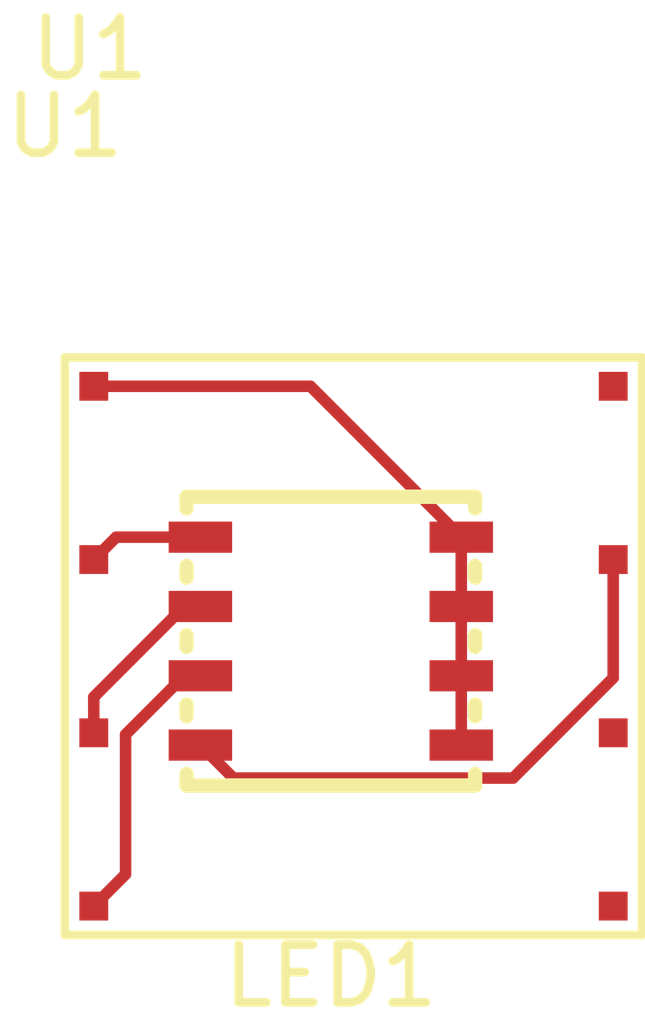
<source format=kicad_pcb>
(kicad_pcb (version 20241229) (generator "pcbnew") (generator_version "9.0")
  (layers (0 "F.Cu" signal) (2 "B.Cu" signal) (13 "F.Paste" user) (15 "B.Paste" user) (5 "F.SilkS" user "F.Silkscreen") (7 "B.SilkS" user "B.Silkscreen") (1 "F.Mask" user) (3 "B.Mask" user) (25 "Edge.Cuts" user))
  (net 0 "")
  (net 1 "cathode_blue")
  (net 2 "cathode_cold_white")
  (net 3 "anode")
  (net 4 "cathode_red")
  (net 5 "cathode_ir")
  (net 6 "cathode_green")
  (net 7 "cathode_uv")
  (net 8 "cathode_warm_white")
  (footprint "ATOPILE_PIXEL10:pixel10" (layer "F.Cu") (at 17.3 17.1)
    (property "Reference" "U1" (at 0.43 -5.34 0) (layer "F.SilkS"))
    (property "Value" "" (hide yes))
    (fp_line (start 0 0) (end 0 10) (stroke (width 0.15)) (layer "F.SilkS"))
    (fp_line (start 0 0) (end 10 0) (stroke (width 0.15)) (layer "F.SilkS"))
    (fp_line (start 0 10) (end 10 10) (stroke (width 0.15)) (layer "F.SilkS"))
    (fp_line (start 10 0) (end 10 10) (stroke (width 0.15)) (layer "F.SilkS"))
    (fp_text user "${REFERENCE}" (at 0 -4 0) (layer "F.SilkS"))
    (pad "1" smd rect (at 0.5 0.5) (size 0.5 0.5) (layers "F.Cu" "F.Mask" "F.Paste") (net 3 "anode"))
    (pad "2" smd rect (at 0.5 3.5) (size 0.5 0.5) (layers "F.Cu" "F.Mask" "F.Paste") (net 4 "cathode_red"))
    (pad "3" smd rect (at 0.5 6.5) (size 0.5 0.5) (layers "F.Cu" "F.Mask" "F.Paste") (net 6 "cathode_green"))
    (pad "4" smd rect (at 0.5 9.5) (size 0.5 0.5) (layers "F.Cu" "F.Mask" "F.Paste") (net 1 "cathode_blue"))
    (pad "5" smd rect (at 9.5 0.5) (size 0.5 0.5) (layers "F.Cu" "F.Mask" "F.Paste") (net 8 "cathode_warm_white"))
    (pad "6" smd rect (at 9.5 3.5) (size 0.5 0.5) (layers "F.Cu" "F.Mask" "F.Paste") (net 2 "cathode_cold_white"))
    (pad "7" smd rect (at 9.5 6.5) (size 0.5 0.5) (layers "F.Cu" "F.Mask" "F.Paste") (net 7 "cathode_uv"))
    (pad "8" smd rect (at 9.5 9.5) (size 0.5 0.5) (layers "F.Cu" "F.Mask" "F.Paste") (net 5 "cathode_ir"))
  )
  (footprint "HONGLITRONIC_HL_5050RGBW_S1_A27:LED-SMD_8P-L5.0-W5.0-P1.20_HL-5050RGBW-S1-A27" (layer "F.Cu") (at 21.9075 22.0125 180)
    (property "Reference" "LED1" (at 0 -5.8 0) (layer "F.SilkS"))
    (property "Value" "")
    (fp_line (start 2.5 2.5) (end 2.5 2.3) (stroke (width 0.25)) (layer "F.SilkS"))
    (fp_line (start 2.5 1.3) (end 2.5 1.1) (stroke (width 0.25)) (layer "F.SilkS"))
    (fp_line (start 2.5 0.1) (end 2.5 -0.1) (stroke (width 0.25)) (layer "F.SilkS"))
    (fp_line (start 2.5 -1.1) (end 2.5 -1.3) (stroke (width 0.25)) (layer "F.SilkS"))
    (fp_line (start 2.5 -2.3) (end 2.5 -2.5) (stroke (width 0.25)) (layer "F.SilkS"))
    (fp_line (start 2.5 -2.5) (end -2.5 -2.5) (stroke (width 0.25)) (layer "F.SilkS"))
    (fp_line (start -2.5 2.5) (end 2.5 2.5) (stroke (width 0.25)) (layer "F.SilkS"))
    (fp_line (start -2.5 2.3) (end -2.5 2.5) (stroke (width 0.25)) (layer "F.SilkS"))
    (fp_line (start -2.5 1.1) (end -2.5 1.3) (stroke (width 0.25)) (layer "F.SilkS"))
    (fp_line (start -2.5 -0.1) (end -2.5 0.1) (stroke (width 0.25)) (layer "F.SilkS"))
    (fp_line (start -2.5 -1.3) (end -2.5 -1.1) (stroke (width 0.25)) (layer "F.SilkS"))
    (fp_line (start -2.5 -2.5) (end -2.5 -2.3) (stroke (width 0.25)) (layer "F.SilkS"))
    (fp_text user "${REFERENCE}" (at 0 -5.8 0) (layer "F.SilkS"))
    (pad "1" smd rect (at 2.26 -1.8 270) (size 0.54 1.1) (layers "F.Cu" "F.Mask" "F.Paste") (net 2 "cathode_cold_white"))
    (pad "2" smd rect (at -2.26 -1.8 270) (size 0.54 1.1) (layers "F.Cu" "F.Mask" "F.Paste") (net 3 "anode"))
    (pad "3" smd rect (at 2.26 -0.6 270) (size 0.54 1.1) (layers "F.Cu" "F.Mask" "F.Paste") (net 1 "cathode_blue"))
    (pad "4" smd rect (at -2.26 -0.6 270) (size 0.54 1.1) (layers "F.Cu" "F.Mask" "F.Paste") (net 3 "anode"))
    (pad "5" smd rect (at 2.26 0.6 270) (size 0.54 1.1) (layers "F.Cu" "F.Mask" "F.Paste") (net 6 "cathode_green"))
    (pad "6" smd rect (at -2.26 0.6 270) (size 0.54 1.1) (layers "F.Cu" "F.Mask" "F.Paste") (net 3 "anode"))
    (pad "7" smd rect (at 2.26 1.8 270) (size 0.54 1.1) (layers "F.Cu" "F.Mask" "F.Paste") (net 4 "cathode_red"))
    (pad "8" smd rect (at -2.26 1.8 270) (size 0.54 1.1) (layers "F.Cu" "F.Mask" "F.Paste") (net 3 "anode"))
  )
  (segment (start 19.3675 22.6125) (end 18.351 23.629) (width 0.2) (layer "F.Cu") (net 1))
  (segment (start 19.6475 22.6125) (end 19.3675 22.6125) (width 0.2) (layer "F.Cu") (net 1))
  (segment (start 18.351 23.629) (end 18.351 26.049) (width 0.2) (layer "F.Cu") (net 1))
  (segment (start 18.351 26.049) (end 17.8 26.6) (width 0.2) (layer "F.Cu") (net 1))
  (segment (start 26.8 22.649) (end 26.8 20.6) (width 0.2) (layer "F.Cu") (net 2))
  (segment (start 19.6475 23.8125) (end 20.2185 24.3835) (width 0.2) (layer "F.Cu") (net 2))
  (segment (start 20.2185 24.3835) (end 25.0655 24.3835) (width 0.2) (layer "F.Cu") (net 2))
  (segment (start 25.0655 24.3835) (end 26.8 22.649) (width 0.2) (layer "F.Cu") (net 2))
  (segment (start 24.1675 20.2125) (end 21.555 17.6) (width 0.2) (layer "F.Cu") (net 3))
  (segment (start 21.555 17.6) (end 17.8 17.6) (width 0.2) (layer "F.Cu") (net 3))
  (segment (start 24.1675 23.8125) (end 24.1675 20.2125) (width 0.2) (layer "F.Cu") (net 3))
  (segment (start 18.1875 20.2125) (end 17.8 20.6) (width 0.2) (layer "F.Cu") (net 4))
  (segment (start 19.6475 20.2125) (end 18.1875 20.2125) (width 0.2) (layer "F.Cu") (net 4))
  (segment (start 19.3675 21.4125) (end 17.8 22.98) (width 0.2) (layer "F.Cu") (net 6))
  (segment (start 19.6475 21.4125) (end 19.3675 21.4125) (width 0.2) (layer "F.Cu") (net 6))
  (segment (start 17.8 22.98) (end 17.8 23.6) (width 0.2) (layer "F.Cu") (net 6))
)
</source>
